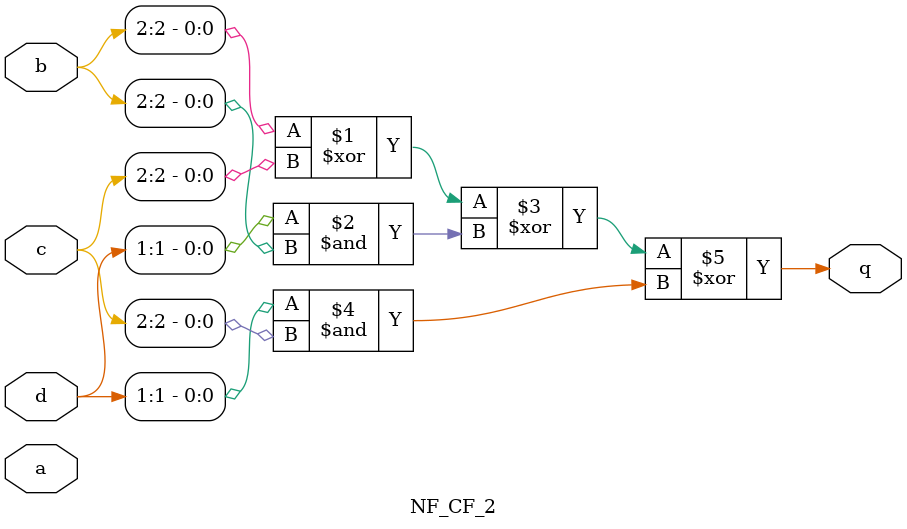
<source format=v>
/*
* -----------------------------------------------------------------
* COMPANY : Shandong University
* AUTHOR  : Yanhong Fan, Chaoran Wang, Lixuan Wu, Meiqin Wang
* DOCUMENT: "A Fast Search Method for 3-Share Second-Order Masking Schemes for Lightweight S-Boxes"  
* -----------------------------------------------------------------
*
* Copyright c 2024, Yanhong Fan, Chaoran Wang, Lixuan Wu, Meiqin Wang

*
* All rights reserved.
*
* THIS SOFTWARE IS PROVIDED BY THE COPYRIGHT HOLDERS AND CONTRIBUTORS "AS IS" AND
* ANY EXPRESS OR IMPLIED WARRANTIES, INCLUDING, BUT NOT LIMITED TO, THE IMPLIED
* WARRANTIES OF MERCHANTABILITY AND FITNESS FOR A PARTICULAR PURPOSE ARE
* DISCLAIMED. IN NO EVENT SHALL THE COPYRIGHT HOLDER OR CONTRIBUTERS BE LIABLE FOR ANY
* DIRECT, INDIRECT, INCIDENTAL, SPECIAL, EXEMPLARY, OR CONSEQUENTIAL DAMAGES
* INCLUDING, BUT NOT LIMITED TO, PROCUREMENT OF SUBSTITUTE GOODS OR SERVICES;
* LOSS OF USE, DATA, OR PROFITS; OR BUSINESS INTERRUPTION HOWEVER CAUSED AND
* ON ANY THEORY OF LIABILITY, WHETHER IN CONTRACT, STRICT LIABILITY, OR TORT
* INCLUDING NEGLIGENCE OR OTHERWISE ARISING IN ANY WAY OUT OF THE USE OF THIS
* SOFTWARE, EVEN IF ADVISED OF THE POSSIBILITY OF SUCH DAMAGE.
*
* Please see LICENSE and README for license and further instructions.
*/
module NF_CF_2(
    input [3:1] a,
    input [3:1] b,
    input [3:1] c,
    input [3:1] d,
    output q 
	 );
	 
	parameter num = 1;
	 
	generate

		if(num==0) begin
			assign q = 1 ^ b[1]  ^     (d[1]&b[1])  ^ (d[1]&c[1])   ;
		end                                
		if(num==1) begin                   
			assign q =  b[2] ^ c[2] ^  (d[1]&b[2])  ^ (d[1]&c[2])  ;
		end                                
		if(num==2) begin                   
			assign q =                 (d[1]&b[3])  ^ (d[1]&c[3])  ;
		end
		if(num==3) begin
			assign q =  b[1] ^  c[1]^  (d[2]&b[1])  ^ (d[2]&c[1])   ;
		end
		if(num==4) begin
			assign q =                 (d[2]&b[2])  ^ (d[2]&c[2])   ;
		end
		if(num==5) begin
			assign q =       b[3] ^    (d[2]&b[3])  ^ (d[2]&c[3])   ;
		end
		if(num==6) begin
			assign q =                 (d[3]&b[1])  ^ (d[3]&c[1])   ;
		end                          
		if(num==7) begin             
			assign q =     b[2]^        (d[3]&b[2])  ^ (d[3]&c[2])   ;
		end                          
		if(num==8) begin             
			assign q =  b[3]^  c[3]^   (d[3]&b[3])  ^ (d[3]&c[3])   ;
		end
		
		
		if(num==9) begin
			assign q =    a[1]^1^ (d[1]&b[1])  ^ (d[1]&c[1]) ^ (d[1]&a[1])   ;         
		end                                                 
		if(num==10) begin                                   
			assign q =     b[2]^  (d[1]&b[2])  ^ (d[1]&c[2]) ^ (d[1]&a[2])  ;                     
		end                                                 
		if(num==11) begin                                   
			assign q =           (d[1]&b[3])  ^ (d[1]&c[3]) ^ (d[1]&a[3])  ;                 
		end                                                 
		if(num==12) begin                                   
			assign q =     b[1]^  (d[2]&b[1])  ^ (d[2]&c[1]) ^ (d[2]&a[1])   ;                       
		end                                                 
		if(num==13) begin                                   
			assign q =           (d[2]&b[2])  ^ (d[2]&c[2]) ^ (d[2]&a[2])   ;                                  
		end                                                 
		if(num==14) begin                                   
			assign q =     a[3]^   (d[2]&b[3])  ^ (d[2]&c[3]) ^ (d[2]&a[3])   ;                             
		end                                                 
		if(num==15) begin                                   
			assign q =     a[1]^      (d[3]&b[1])  ^ (d[3]&c[1]) ^ (d[3]&a[1])   ;                              
		end                                                 
		if(num==16) begin                                   
			assign q =            (d[3]&b[2])  ^ (d[3]&c[2]) ^ (d[3]&a[2])   ;                            
		end                                                 
		if(num==17) begin                                   
			assign q =     b[3]^ a[3]^(d[3]&b[3])  ^ (d[3]&c[3]) ^ (d[3]&a[3])   ;                 
		end
		
		
		if(num==18) begin
			assign q =     1   ^ (d[1]&c[1]) ^ (d[1]&a[1])   ;         
		end                                
		if(num==19) begin                  
			assign q =     a[2]   ^ (d[1]&c[2]) ^ (d[1]&a[2])  ;             
		end                                
		if(num==20) begin                  
			assign q =        (d[1]&c[3]) ^ (d[1]&a[3])  ;              
		end                                
		if(num==21) begin                  
			assign q =      a[1]  ^ (d[2]&c[1]) ^ (d[2]&a[1])   ;            
		end                                
		if(num==22) begin                  
			assign q =      (d[2]&c[2]) ^ (d[2]&a[2])   ;             
		end                             
		if(num==23) begin               
			assign q =       (d[2]&c[3]) ^ (d[2]&a[3])   ;           
		end                             
		if(num==24) begin               
			assign q =       (d[3]&c[1]) ^ (d[3]&a[1])   ;        
		end                             
		if(num==25) begin               
			assign q =       (d[3]&c[2]) ^ (d[3]&a[2])   ;            
		end                                
		if(num==26) begin                  
			assign q =      a[3] ^ (d[3]&c[3]) ^ (d[3]&a[3])   ;        
		end


	endgenerate


endmodule

</source>
